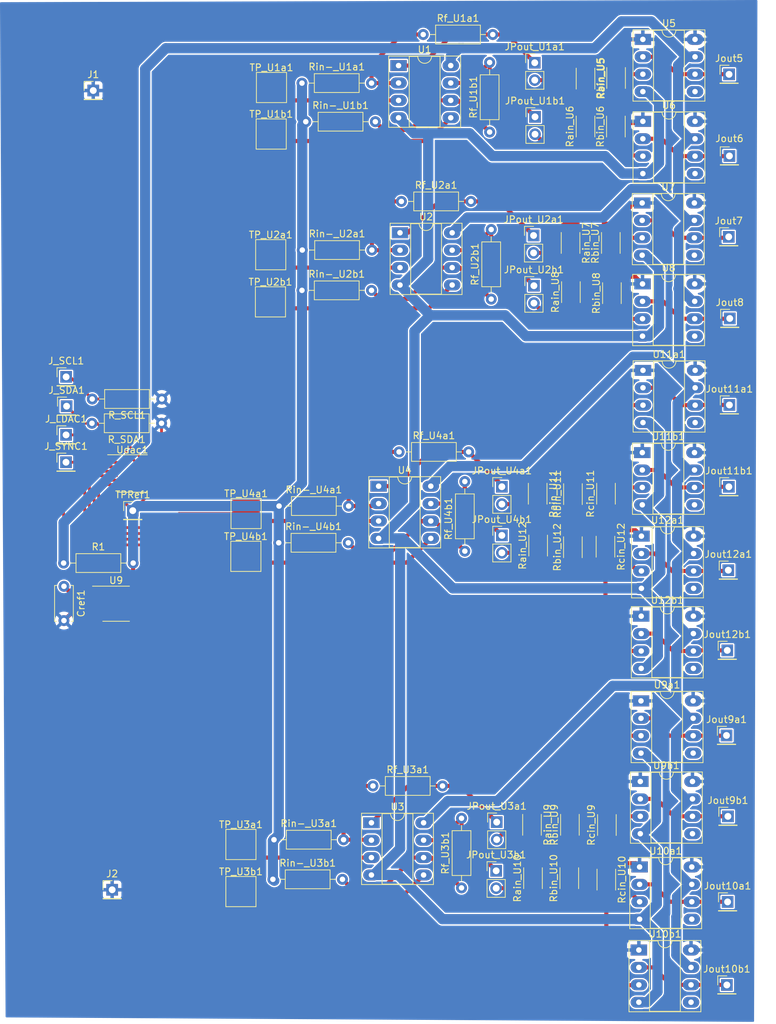
<source format=kicad_pcb>
(kicad_pcb (version 20211014) (generator pcbnew)
  (layers (0 "F.Cu" signal) (31 "B.Cu" signal) (34 "B.Paste" user) (35 "F.Paste" user) (36 "B.SilkS" user "B.Silkscreen") (37 "F.SilkS" user "F.Silkscreen") (38 "B.Mask" user) (39 "F.Mask" user) (44 "Edge.Cuts" user))
  (net 0 "")
  (net 1 "GND")
  (net 2 "Net-(Jout5-Pad1)")
  (net 3 "Net-(Jout6-Pad1)")
  (net 4 "Net-(Jout7-Pad1)")
  (net 5 "Net-(Jout8-Pad1)")
  (net 6 "Net-(Jout9a1-Pad1)")
  (net 7 "Net-(Jout9b1-Pad1)")
  (net 8 "Net-(Jout10a1-Pad1)")
  (net 9 "Net-(Jout10b1-Pad1)")
  (net 10 "Net-(Jout11a1-Pad1)")
  (net 11 "Net-(Jout11b1-Pad1)")
  (net 12 "Net-(Jout12a1-Pad1)")
  (net 13 "Net-(JPout_U1a1-Pad1)")
  (net 14 "Net-(JPout_U1a1-Pad2)")
  (net 15 "Net-(JPout_U1b1-Pad1)")
  (net 16 "Net-(JPout_U1b1-Pad2)")
  (net 17 "Net-(JPout_U2a1-Pad1)")
  (net 18 "Net-(JPout_U2a1-Pad2)")
  (net 19 "Net-(JPout_U2b1-Pad1)")
  (net 20 "Net-(JPout_U2b1-Pad2)")
  (net 21 "Net-(JPout_U3a1-Pad1)")
  (net 22 "Net-(JPout_U3a1-Pad2)")
  (net 23 "Net-(JPout_U3b1-Pad1)")
  (net 24 "Net-(JPout_U3b1-Pad2)")
  (net 25 "Net-(JPout_U4a1-Pad1)")
  (net 26 "Net-(JPout_U4a1-Pad2)")
  (net 27 "Net-(JPout_U4b1-Pad1)")
  (net 28 "Net-(JPout_U4b1-Pad2)")
  (net 29 "Net-(J_LDAC1-Pad1)")
  (net 30 "Net-(J_SCL1-Pad1)")
  (net 31 "Net-(J_SDA1-Pad1)")
  (net 32 "Net-(J_SYNC1-Pad1)")
  (net 33 "+5V")
  (net 34 "Net-(Rain_U5-Pad2)")
  (net 35 "Net-(Rain_U6-Pad2)")
  (net 36 "Net-(Rain_U7-Pad2)")
  (net 37 "Net-(Rain_U8-Pad2)")
  (net 38 "Net-(Jout12b1-Pad1)")
  (net 39 "Net-(Rain_U9-Pad2)")
  (net 40 "Net-(Rain_U10-Pad2)")
  (net 41 "Net-(Rain_U11-Pad2)")
  (net 42 "Net-(Rbin_U9-Pad1)")
  (net 43 "Net-(Rain_U12-Pad2)")
  (net 44 "Net-(Rbin_U10-Pad1)")
  (net 45 "Net-(Rbin_U11-Pad1)")
  (net 46 "Net-(Rf_U1a1-Pad1)")
  (net 47 "Net-(Rf_U1b1-Pad1)")
  (net 48 "Net-(Rf_U2a1-Pad1)")
  (net 49 "Net-(Rf_U2b1-Pad1)")
  (net 50 "Net-(Rf_U3a1-Pad1)")
  (net 51 "Net-(Rf_U3b1-Pad1)")
  (net 52 "Net-(Rf_U4a1-Pad1)")
  (net 53 "Net-(Rf_U4b1-Pad1)")
  (net 54 "Net-(TP_U1b1-Pad1)")
  (net 55 "Net-(TP_U2a1-Pad1)")
  (net 56 "Net-(TP_U3a1-Pad1)")
  (net 57 "Net-(Rbin_U12-Pad1)")
  (net 58 "Net-(TP_U3b1-Pad1)")
  (net 59 "-5V")
  (net 72 "Net-(Udac1-Pad13)")
  (net 73 "Net-(Udac1-Pad10)")
  (net 74 "+2V5")
  (net 75 "Net-(Udac1-Pad7)")
  (net 76 "Net-(Udac1-Pad6)")
  (footprint "Connector_PinHeader_2.54mm:PinHeader_1x02_P2.54mm_Vertical" (layer "F.Cu") (at 88.187903 88.24)
    (fp_text reference "JPout_U4a1")
    (fp_text value "Jumper_2_Bridged")
  )
  (footprint "Resistor_THT:R_Axial_DIN0207_L6.3mm_D2.5mm_P10.16mm_Horizontal" (layer "F.Cu") (at 24.18 99.38)
    (fp_text reference "R1")
    (fp_text value "R")
  )
  (footprint "Connector_PinHeader_2.54mm:PinHeader_1x01_P2.54mm_Vertical" (layer "F.Cu") (at 121.045 160.940806)
    (fp_text reference "Jout10b1")
    (fp_text value "Conn_01x01_Male")
  )
  (footprint "Resistor_SMD:R_2010_5025Metric_Pad1.40x2.65mm_HandSolder" (layer "F.Cu") (at 93.487903 96.83 90)
    (fp_text reference "Rain_U12")
    (fp_text value "500k")
  )
  (footprint "Resistor_SMD:R_2010_5025Metric_Pad1.40x2.65mm_HandSolder" (layer "F.Cu") (at 103.525 137.600806 90)
    (fp_text reference "Rcin_U9")
    (fp_text value "500k")
  )
  (footprint "Resistor_THT:R_Axial_DIN0207_L6.3mm_D2.5mm_P10.16mm_Horizontal" (layer "F.Cu") (at 76.7 22.257097)
    (fp_text reference "Rf_U1a1")
    (fp_text value "10k")
  )
  (footprint "Resistor_SMD:R_2010_5025Metric_Pad1.40x2.65mm_HandSolder" (layer "F.Cu") (at 98.035 145.360806 90)
    (fp_text reference "Rbin_U10")
    (fp_text value "10")
  )
  (footprint "Connector_PinHeader_2.54mm:PinHeader_1x01_P2.54mm_Vertical" (layer "F.Cu") (at 121.107903 112.12)
    (fp_text reference "Jout12b1")
    (fp_text value "Conn_01x01_Male")
  )
  (footprint "Connector_PinHeader_2.54mm:PinHeader_1x02_P2.54mm_Vertical" (layer "F.Cu") (at 92.87 58.907097)
    (fp_text reference "JPout_U2b1")
    (fp_text value "Jumper_2_Bridged")
  )
  (footprint "Connector_PinHeader_2.54mm:PinHeader_1x01_P2.54mm_Vertical" (layer "F.Cu") (at 121.32 51.777097)
    (fp_text reference "Jout7")
    (fp_text value "Conn_01x01_Male")
  )
  (footprint "Resistor_SMD:R_2010_5025Metric_Pad1.40x2.65mm_HandSolder" (layer "F.Cu") (at 100.405 35.677097 90)
    (fp_text reference "Rain_U6")
    (fp_text value "1meg")
  )
  (footprint "Resistor_SMD:R_2010_5025Metric_Pad1.40x2.65mm_HandSolder" (layer "F.Cu") (at 104.26 59.997097 90)
    (fp_text reference "Rbin_U8")
    (fp_text value "10")
  )
  (footprint "Resistor_SMD:R_2010_5025Metric_Pad1.40x2.65mm_HandSolder" (layer "F.Cu") (at 103.317903 96.99 -90)
    (fp_text reference "Rcin_U12")
    (fp_text value "500k")
  )
  (footprint "TestPoint:TestPoint_Pad_4.0x4.0mm" (layer "F.Cu") (at 50.827903 92.15)
    (fp_text reference "TP_U4a1")
    (fp_text value "TestPoint")
  )
  (footprint "Resistor_SMD:R_2010_5025Metric_Pad1.40x2.65mm_HandSolder" (layer "F.Cu") (at 100.405 28.692097 -90)
    (fp_text reference "Rain_U5")
    (fp_text value "1meg")
  )
  (footprint "TestPoint:TestPoint_Pad_4.0x4.0mm" (layer "F.Cu") (at 50.075 140.445)
    (fp_text reference "TP_U3a1")
    (fp_text value "TestPoint")
  )
  (footprint "Package_DIP:DIP-8_W7.62mm_Socket_LongPads" (layer "F.Cu") (at 108.697903 83.26)
    (fp_text reference "U11b1")
    (fp_text value "OP07")
  )
  (footprint "Package_DIP:DIP-8_W7.62mm_Socket_LongPads" (layer "F.Cu") (at 108.305 143.720806)
    (fp_text reference "U10a1")
    (fp_text value "OP07")
  )
  (footprint "Resistor_SMD:R_2010_5025Metric_Pad1.40x2.65mm_HandSolder" (layer "F.Cu") (at 98.22 52.667097 -90)
    (fp_text reference "Rain_U7")
    (fp_text value "1meg")
  )
  (footprint "Connector_PinHeader_2.54mm:PinHeader_1x02_P2.54mm_Vertical" (layer "F.Cu") (at 88.187903 95.34)
    (fp_text reference "JPout_U4b1")
    (fp_text value "Jumper_2_Bridged")
  )
  (footprint "Resistor_THT:R_Axial_DIN0207_L6.3mm_D2.5mm_P10.16mm_Horizontal" (layer "F.Cu") (at 59.04 53.707097)
    (fp_text reference "Rin-_U2a1")
    (fp_text value "10k")
  )
  (footprint "Connector_PinHeader_2.54mm:PinHeader_1x01_P2.54mm_Vertical" (layer "F.Cu") (at 24.55 72.21)
    (fp_text reference "J_SCL1")
    (fp_text value "Conn_01x01_Male")
  )
  (footprint "Package_DIP:DIP-8_W7.62mm_Socket_LongPads" (layer "F.Cu") (at 108.537903 107.13)
    (fp_text reference "U12b1")
    (fp_text value "OP07")
  )
  (footprint "Resistor_THT:R_Axial_DIN0207_L6.3mm_D2.5mm_P10.16mm_Horizontal" (layer "F.Cu") (at 54.905 139.745)
    (fp_text reference "Rin-_U3a1")
    (fp_text value "10k")
  )
  (footprint "Package_DIP:DIP-8_W7.62mm_Socket_LongPads" (layer "F.Cu") (at 108.68 46.837097)
    (fp_text reference "U7")
    (fp_text value "OP07")
  )
  (footprint "Resistor_SMD:R_2010_5025Metric_Pad1.40x2.65mm_HandSolder" (layer "F.Cu") (at 92.735 145.360806 90)
    (fp_text reference "Rain_U10")
    (fp_text value "500k")
  )
  (footprint "Connector_PinHeader_2.54mm:PinHeader_1x01_P2.54mm_Vertical" (layer "F.Cu") (at 121.417903 76.31)
    (fp_text reference "Jout11a1")
    (fp_text value "Conn_01x01_Male")
  )
  (footprint "Resistor_SMD:R_2010_5025Metric_Pad1.40x2.65mm_HandSolder" (layer "F.Cu") (at 104.84 35.687097 90)
    (fp_text reference "Rbin_U6")
    (fp_text value "10")
  )
  (footprint "Connector_PinHeader_2.54mm:PinHeader_1x01_P2.54mm_Vertical" (layer "F.Cu") (at 24.62 76.49)
    (fp_text reference "J_SDA1")
    (fp_text value "Conn_01x01_Male")
  )
  (footprint "Resistor_THT:R_Axial_DIN0207_L6.3mm_D2.5mm_P10.16mm_Horizontal" (layer "F.Cu") (at 38.52 75.44 180)
    (fp_text reference "R_SCL1")
    (fp_text value "10k")
  )
  (footprint "Package_DIP:DIP-8_W7.62mm_Socket_LongPads" (layer "F.Cu") (at 108.567903 95.45)
    (fp_text reference "U12a1")
    (fp_text value "OP07")
  )
  (footprint "Resistor_SMD:R_2010_5025Metric_Pad1.40x2.65mm_HandSolder" (layer "F.Cu") (at 104.87 28.597097 90)
    (fp_text reference "Rbin_U5")
    (fp_text value "10")
  )
  (footprint "Resistor_THT:R_Axial_DIN0207_L6.3mm_D2.5mm_P10.16mm_Horizontal" (layer "F.Cu") (at 86.63 60.867097 90)
    (fp_text reference "Rf_U2b1")
    (fp_text value "10k")
  )
  (footprint "TestPoint:TestPoint_Pad_4.0x4.0mm" (layer "F.Cu") (at 50.797903 98.4)
    (fp_text reference "TP_U4b1")
    (fp_text value "TestPoint")
  )
  (footprint "Connector_PinHeader_2.54mm:PinHeader_1x01_P2.54mm_Vertical" (layer "F.Cu") (at 121.257903 100.42)
    (fp_text reference "Jout12a1")
    (fp_text value "Conn_01x01_Male")
  )
  (footprint "TestPoint:TestPoint_Pad_4.0x4.0mm" (layer "F.Cu") (at 54.43 54.387097)
    (fp_text reference "TP_U2a1")
    (fp_text value "TestPoint")
  )
  (footprint "Connector_PinHeader_2.54mm:PinHeader_1x02_P2.54mm_Vertical" (layer "F.Cu") (at 87.355 144.280806)
    (fp_text reference "JPout_U3b1")
    (fp_text value "Jumper_2_Bridged")
  )
  (footprint "Connector_PinHeader_2.54mm:PinHeader_1x01_P2.54mm_Vertical" (layer "F.Cu") (at 121.37 28.067097)
    (fp_text reference "Jout5")
    (fp_text value "Conn_01x01_Male")
  )
  (footprint "Resistor_THT:R_Axial_DIN0207_L6.3mm_D2.5mm_P10.16mm_Horizontal" (layer "F.Cu") (at 58.99 29.347097)
    (fp_text reference "Rin-_U1a1")
    (fp_text value "10k")
  )
  (footprint "Resistor_SMD:R_2010_5025Metric_Pad1.40x2.65mm_HandSolder" (layer "F.Cu") (at 98.27 59.847097 90)
    (fp_text reference "Rain_U8")
    (fp_text value "1meg")
  )
  (footprint "Package_DIP:DIP-8_W7.62mm_Socket_LongPads" (layer "F.Cu") (at 108.505 119.490806)
    (fp_text reference "U9a1")
    (fp_text value "OP07")
  )
  (footprint "Package_DIP:DIP-8_W7.62mm_Socket_LongPads" (layer "F.Cu") (at 108.73 58.647097)
    (fp_text reference "U8")
    (fp_text value "OP07")
  )
  (footprint "Connector_PinHeader_2.54mm:PinHeader_1x01_P2.54mm_Vertical" (layer "F.Cu") (at 121.47 63.687097)
    (fp_text reference "Jout8")
    (fp_text value "Conn_01x01_Male")
  )
  (footprint "Package_DIP:DIP-8_W7.62mm_Socket_LongPads" (layer "F.Cu") (at 108.195 155.840806)
    (fp_text reference "U10b1")
    (fp_text value "OP07")
  )
  (footprint "Resistor_SMD:R_2010_5025Metric_Pad1.40x2.65mm_HandSolder" (layer "F.Cu") (at 98.125 137.570806 90)
    (fp_text reference "Rbin_U9")
    (fp_text value "10")
  )
  (footprint "Connector_PinHeader_2.54mm:PinHeader_1x02_P2.54mm_Vertical" (layer "F.Cu") (at 92.99 26.372097)
    (fp_text reference "JPout_U1a1")
    (fp_text value "Jumper_2_Bridged")
  )
  (footprint "Resistor_SMD:R_2010_5025Metric_Pad1.40x2.65mm_HandSolder" (layer "F.Cu") (at 104.1 52.667097 90)
    (fp_text reference "Rbin_U7")
    (fp_text value "10")
  )
  (footprint "TestPoint:TestPoint_Pad_4.0x4.0mm" (layer "F.Cu") (at 54.54 29.987097)
    (fp_text reference "TP_U1a1")
    (fp_text value "TestPoint")
  )
  (footprint "Connector_PinHeader_2.54mm:PinHeader_1x01_P2.54mm_Vertical" (layer "F.Cu") (at 120.995 124.530806)
    (fp_text reference "Jout9a1")
    (fp_text value "Conn_01x01_Male")
  )
  (footprint "Resistor_THT:R_Axial_DIN0207_L6.3mm_D2.5mm_P10.16mm_Horizontal" (layer "F.Cu") (at 38.48 78.98 180)
    (fp_text reference "R_SDA1")
    (fp_text value "10k")
  )
  (footprint "Resistor_SMD:R_2010_5025Metric_Pad1.40x2.65mm_HandSolder" (layer "F.Cu") (at 103.397903 89.26 90)
    (fp_text reference "Rcin_U11")
    (fp_text value "500k")
  )
  (footprint "Resistor_SMD:R_2010_5025Metric_Pad1.40x2.65mm_HandSolder" (layer "F.Cu") (at 103.445 145.570806 -90)
    (fp_text reference "Rcin_U10")
    (fp_text value "500k")
  )
  (footprint "Package_SO:TSSOP-16_4.4x5mm_P0.65mm" (layer "F.Cu") (at 34.21 86.31)
    (fp_text reference "Udac1")
    (fp_text value "DAC5578xPW")
  )
  (footprint "Package_DIP:DIP-8_W7.62mm_Socket_LongPads" (layer "F.Cu") (at 108.797903 71.26)
    (fp_text reference "U11a1")
    (fp_text value "OP07")
  )
  (footprint "Resistor_THT:R_Axial_DIN0207_L6.3mm_D2.5mm_P10.16mm_Horizontal" (layer "F.Cu") (at 73.51 46.61)
    (fp_text reference "Rf_U2a1")
    (fp_text value "10k")
  )
  (footprint "Resistor_SMD:R_2010_5025Metric_Pad1.40x2.65mm_HandSolder" (layer "F.Cu") (at 98.557903 97.07 90)
    (fp_text reference "Rbin_U12")
    (fp_text value "10")
  )
  (footprint "Connector_PinHeader_2.54mm:PinHeader_1x02_P2.54mm_Vertical" (layer "F.Cu") (at 92.82 51.577097)
    (fp_text reference "JPout_U2a1")
    (fp_text value "Jumper_2_Bridged")
  )
  (footprint "Connector_PinHeader_2.54mm:PinHeader_1x01_P2.54mm_Vertical" (layer "F.Cu") (at 24.53 84.67)
    (fp_text reference "J_SYNC1")
    (fp_text value "Conn_01x01_Male")
  )
  (footprint "Package_DIP:DIP-8_W7.62mm_Socket_LongPads" (layer "F.Cu") (at 108.78 22.967097)
    (fp_text reference "U5")
    (fp_text value "OP07")
  )
  (footprint "Connector_PinHeader_2.54mm:PinHeader_1x01_P2.54mm_Vertical" (layer "F.Cu") (at 31.27 147.05)
    (fp_text reference "J2")
    (fp_text value "Conn_01x01_Male")
  )
  (footprint "Resistor_SMD:R_2010_5025Metric_Pad1.40x2.65mm_HandSolder" (layer "F.Cu") (at 93.417903 89.26 -90)
    (fp_text reference "Rain_U11")
    (fp_text value "500k")
  )
  (footprint "Resistor_SMD:R_2010_5025Metric_Pad1.40x2.65mm_HandSolder" (layer "F.Cu") (at 92.585 137.570806 -90)
    (fp_text reference "Rain_U9")
    (fp_text value "500k")
  )
  (footprint "TestPoint:TestPoint_Pad_4.0x4.0mm" (layer "F.Cu") (at 54.5 36.777097)
    (fp_text reference "TP_U1b1")
    (fp_text value "TestPoint")
  )
  (footprint "Package_DIP:DIP-8_W7.62mm_Socket_LongPads" (layer "F.Cu") (at 108.78 34.927097)
    (fp_text reference "U6")
    (fp_text value "OP07")
  )
  (footprint "Connector_PinHeader_2.54mm:PinHeader_1x01_P2.54mm_Vertical" (layer "F.Cu") (at 121.155 148.820806)
    (fp_text reference "Jout10a1")
    (fp_text value "Conn_01x01_Male")
  )
  (footprint "Resistor_THT:R_Axial_DIN0207_L6.3mm_D2.5mm_P10.16mm_Horizontal" (layer "F.Cu") (at 54.745 145.525)
    (fp_text reference "Rin-_U3b1")
    (fp_text value "10k")
  )
  (footprint "Package_DIP:DIP-8_W7.62mm_Socket_LongPads" (layer "F.Cu") (at 69.135 137.275)
    (fp_text reference "U3")
    (fp_text value "MC33078")
  )
  (footprint "Package_DIP:DIP-8_W7.62mm_Socket_LongPads" (layer "F.Cu") (at 108.405 131.250806)
    (fp_text reference "U9b1")
    (fp_text value "OP07")
  )
  (footprint "Resistor_THT:R_Axial_DIN0207_L6.3mm_D2.5mm_P10.16mm_Horizontal" (layer "F.Cu") (at 86.4 36.487097 90)
    (fp_text reference "Rf_U1b1")
    (fp_text value "10k")
  )
  (footprint "Resistor_THT:R_Axial_DIN0207_L6.3mm_D2.5mm_P10.16mm_Horizontal" (layer "F.Cu") (at 55.647903 91.06)
    (fp_text reference "Rin-_U4a1")
    (fp_text value "10k")
  )
  (footprint "Package_DIP:DIP-8_W7.62mm_Socket_LongPads" (layer "F.Cu") (at 73.31 51.187097)
    (fp_text reference "U2")
    (fp_text value "MC33078")
  )
  (footprint "Resistor_SMD:R_2010_5025Metric_Pad1.40x2.65mm_HandSolder" (layer "F.Cu") (at 98.567903 89.32 90)
    (fp_text reference "Rbin_U11")
    (fp_text value "10")
  )
  (footprint "Connector_PinHeader_2.54mm:PinHeader_1x01_P2.54mm_Vertical" (layer "F.Cu") (at 121.42 39.977097)
    (fp_text reference "Jout6")
    (fp_text value "Conn_01x01_Male")
  )
  (footprint "Connector_PinHeader_2.54mm:PinHeader_1x01_P2.54mm_Vertical" (layer "F.Cu") (at 121.205 136.340806)
    (fp_text reference "Jout9b1")
    (fp_text value "Conn_01x01_Male")
  )
  (footprint "Connector_PinHeader_2.54mm:PinHeader_1x01_P2.54mm_Vertical" (layer "F.Cu") (at 34.28 91.73)
    (fp_text reference "TPRef1")
    (fp_text value "Conn_01x01_Male")
  )
  (footprint "Resistor_THT:R_Axial_DIN0207_L6.3mm_D2.5mm_P10.16mm_Horizontal" (layer "F.Cu") (at 82.777903 97.64 90)
    (fp_text reference "Rf_U4b1")
    (fp_text value "10k")
  )
  (footprint "Resistor_THT:R_Axial_DIN0207_L6.3mm_D2.5mm_P10.16mm_Horizontal" (layer "F.Cu") (at 73.177903 83.16)
    (fp_text reference "Rf_U4a1")
    (fp_text value "10k")
  )
  (footprint "Connector_PinHeader_2.54mm:PinHeader_1x02_P2.54mm_Vertical" (layer "F.Cu") (at 93.03 34.267097)
    (fp_text reference "JPout_U1b1")
    (fp_text value "Jumper_2_Bridged")
  )
  (footprint "Package_DIP:DIP-8_W7.62mm_Socket_LongPads" (layer "F.Cu") (at 73.1 26.787097)
    (fp_text reference "U1")
    (fp_text value "MC33078")
  )
  (footprint "Package_DIP:DIP-8_W7.62mm_Socket_LongPads" (layer "F.Cu") (at 70.187903 88.16)
    (fp_text reference "U4")
    (fp_text value "MC33078")
  )
  (footprint "Connector_PinHeader_2.54mm:PinHeader_1x01_P2.54mm_Vertical" (layer "F.Cu") (at 24.54 80.68)
    (fp_text reference "J_LDAC1")
    (fp_text value "Conn_01x01_Male")
  )
  (footprint "Connector_PinHeader_2.54mm:PinHeader_1x01_P2.54mm_Vertical" (layer "F.Cu") (at 121.337903 88.25)
    (fp_text reference "Jout11b1")
    (fp_text value "Conn_01x01_Male")
  )
  (footprint "Capacitor_THT:C_Disc_D5.0mm_W2.5mm_P5.00mm" (layer "F.Cu") (at 24.23 102.77 -90)
    (fp_text reference "Cref1")
    (fp_text value "100n")
  )
  (footprint "Connector_PinHeader_2.54mm:PinHeader_1x02_P2.54mm_Vertical" (layer "F.Cu") (at 87.435 137.180806)
    (fp_text reference "JPout_U3a1")
    (fp_text value "Jumper_2_Bridged")
  )
  (footprint "Resistor_THT:R_Axial_DIN0207_L6.3mm_D2.5mm_P10.16mm_Horizontal" (layer "F.Cu") (at 82.295 146.775 90)
    (fp_text reference "Rf_U3b1")
    (fp_text value "10k")
  )
  (footprint "Resistor_THT:R_Axial_DIN0207_L6.3mm_D2.5mm_P10.16mm_Horizontal" (layer "F.Cu") (at 55.597903 96.42)
    (fp_text reference "Rin-_U4b1")
    (fp_text value "10k")
  )
  (footprint "Resistor_THT:R_Axial_DIN0207_L6.3mm_D2.5mm_P10.16mm_Horizontal" (layer "F.Cu") (at 58.99 59.587097)
    (fp_text reference "Rin-_U2b1")
    (fp_text value "10k")
  )
  (footprint "Connector_PinHeader_2.54mm:PinHeader_1x01_P2.54mm_Vertical" (layer "F.Cu") (at 28.51 30.43)
    (fp_text reference "J1")
    (fp_text value "Conn_01x01_Male")
  )
  (footprint "Package_SO:SOIC-8_3.9x4.9mm_P1.27mm" (layer "F.Cu") (at 31.85 105.31)
    (fp_text reference "U9")
    (fp_text value "TL431D")
  )
  (footprint "TestPoint:TestPoint_Pad_4.0x4.0mm" (layer "F.Cu") (at 50.075 147.315)
    (fp_text reference "TP_U3b1")
    (fp_text value "TestPoint")
  )
  (footprint "Resistor_THT:R_Axial_DIN0207_L6.3mm_D2.5mm_P10.16mm_Horizontal" (layer "F.Cu") (at 69.36 131.9)
    (fp_text reference "Rf_U3a1")
    (fp_text value "10k")
  )
  (footprint "TestPoint:TestPoint_Pad_4.0x4.0mm" (layer "F.Cu") (at 54.39 61.267097)
    (fp_text reference "TP_U2b1")
    (fp_text value "TestPoint")
  )
  (footprint "Resistor_THT:R_Axial_DIN0207_L6.3mm_D2.5mm_P10.16mm_Horizontal" (layer "F.Cu") (at 59.55 34.977097)
    (fp_text reference "Rin-_U1b1")
    (fp_text value "10k")
  )
  (segment (start 104.26 57.597097) (end 107.68 57.597097) (width 0.6) (layer "F.Cu") (net 1))
  (segment (start 104.87 26.197097) (end 104.87 24.997097) (width 0.6) (layer "F.Cu") (net 1))
  (segment (start 38.48 84.721427) (end 38.48 78.98) (width 0.4) (layer "F.Cu") (net 1))
  (segment (start 103.445 140.080806) (end 103.525 140.000806) (width 0.6) (layer "F.Cu") (net 1))
  (segment (start 104.84 33.287097) (end 106.72 35.167097) (width 0.6) (layer "F.Cu") (net 1))
  (segment (start 26.055 105.945) (end 24.23 107.77) (width 0.6) (layer "F.Cu") (net 1))
  (segment (start 103.445 143.170806) (end 103.445 140.080806) (width 0.6) (layer "F.Cu") (net 1))
  (segment (start 29.375 105.945) (end 29.375 104.675) (width 0.6) (layer "F.Cu") (net 1))
  (segment (start 34.325 105.945) (end 34.325 104.675) (width 0.6) (layer "F.Cu") (net 1))
  (segment (start 106.72 35.167097) (end 108.54 35.167097) (width 0.6) (layer "F.Cu") (net 1))
  (segment (start 103.445 143.170806) (end 107.755 143.170806) (width 0.6) (layer "F.Cu") (net 1))
  (segment (start 104.83 33.277097) (end 104.84 33.287097) (width 0.6) (layer "F.Cu") (net 1))
  (segment (start 108.54 35.167097) (end 108.78 34.927097) (width 0.6) (layer "F.Cu") (net 1))
  (segment (start 107.707903 94.59) (end 108.567903 95.45) (width 0.6) (layer "F.Cu") (net 1))
  (segment (start 104.87 24.997097) (end 106.9 22.967097) (width 0.6) (layer "F.Cu") (net 1))
  (segment (start 37.866427 85.335) (end 38.48 84.721427) (width 0.4) (layer "F.Cu") (net 1))
  (segment (start 34.325 104.675) (end 29.375 104.675) (width 0.6) (layer "F.Cu") (net 1))
  (segment (start 37.0725 85.335) (end 37.866427 85.335) (width 0.4) (layer "F.Cu") (net 1))
  (segment (start 106.9 22.967097) (end 108.78 22.967097) (width 0.6) (layer "F.Cu") (net 1))
  (segment (start 104.1 50.267097) (end 107.53 46.837097) (width 0.6) (layer "F.Cu") (net 1))
  (segment (start 29.375 105.945) (end 26.055 105.945) (width 0.6) (layer "F.Cu") (net 1))
  (segment (start 103.397903 91.66) (end 103.397903 94.51) (width 0.6) (layer "F.Cu") (net 1))
  (segment (start 107.755 143.170806) (end 108.305 143.720806) (width 0.6) (layer "F.Cu") (net 1))
  (segment (start 107.53 46.837097) (end 108.68 46.837097) (width 0.6) (layer "F.Cu") (net 1))
  (segment (start 103.397903 94.51) (end 103.317903 94.59) (width 0.6) (layer "F.Cu") (net 1))
  (segment (start 107.68 57.597097) (end 108.73 58.647097) (width 0.6) (layer "F.Cu") (net 1))
  (segment (start 103.317903 94.59) (end 107.707903 94.59) (width 0.6) (layer "F.Cu") (net 1))
  (segment (start 121.35 28.047097) (end 121.37 28.067097) (width 0.6) (layer "F.Cu") (net 2))
  (segment (start 116.4 28.047097) (end 121.35 28.047097) (width 0.6) (layer "F.Cu") (net 2))
  (segment (start 113.79 28.047097) (end 116.4 28.047097) (width 0.6) (layer "F.Cu") (net 2))
  (segment (start 108.78 25.507097) (end 111.25 25.507097) (width 0.6) (layer "F.Cu") (net 2))
  (segment (start 111.25 25.507097) (end 113.79 28.047097) (width 0.6) (layer "F.Cu") (net 2))
  (segment (start 111.54 37.467097) (end 114.08 40.007097) (width 0.6) (layer "F.Cu") (net 3))
  (segment (start 116.4 40.007097) (end 121.39 40.007097) (width 0.6) (layer "F.Cu") (net 3))
  (segment (start 108.78 37.467097) (end 111.54 37.467097) (width 0.6) (layer "F.Cu") (net 3))
  (segment (start 114.08 40.007097) (end 116.4 40.007097) (width 0.6) (layer "F.Cu") (net 3))
  (segment (start 121.39 40.007097) (end 121.42 39.977097) (width 0.6) (layer "F.Cu") (net 3))
  (segment (start 108.68 49.377097) (end 111.23 49.377097) (width 0.6) (layer "F.Cu") (net 4))
  (segment (start 116.3 51.917097) (end 121.18 51.917097) (width 0.6) (layer "F.Cu") (net 4))
  (segment (start 113.77 51.917097) (end 116.3 51.917097) (width 0.6) (layer "F.Cu") (net 4))
  (segment (start 111.23 49.377097) (end 113.77 51.917097) (width 0.6) (layer "F.Cu") (net 4))
  (segment (start 121.18 51.917097) (end 121.32 51.777097) (width 0.6) (layer "F.Cu") (net 4))
  (segment (start 108.73 61.187097) (end 111.74 61.187097) (width 0.6) (layer "F.Cu") (net 5))
  (segment (start 114.28 63.727097) (end 116.35 63.727097) (width 0.6) (layer "F.Cu") (net 5))
  (segment (start 116.35 63.727097) (end 121.43 63.727097) (width 0.6) (layer "F.Cu") (net 5))
  (segment (start 121.43 63.727097) (end 121.47 63.687097) (width 0.6) (layer "F.Cu") (net 5))
  (segment (start 111.74 61.187097) (end 114.28 63.727097) (width 0.6) (layer "F.Cu") (net 5))
  (segment (start 112.635 124.570806) (end 116.125 124.570806) (width 0.6) (layer "F.Cu") (net 6))
  (segment (start 116.125 124.570806) (end 120.955 124.570806) (width 0.6) (layer "F.Cu") (net 6))
  (segment (start 120.955 124.570806) (end 120.995 124.530806) (width 0.6) (layer "F.Cu") (net 6))
  (segment (start 108.505 122.030806) (end 110.095 122.030806) (width 0.6) (layer "F.Cu") (net 6))
  (segment (start 110.095 122.030806) (end 112.635 124.570806) (width 0.6) (layer "F.Cu") (net 6))
  (segment (start 110.765 133.790806) (end 113.305 136.330806) (width 0.6) (layer "F.Cu") (net 7))
  (segment (start 113.305 136.330806) (end 116.025 136.330806) (width 0.6) (layer "F.Cu") (net 7))
  (segment (start 108.405 133.790806) (end 110.765 133.790806) (width 0.6) (layer "F.Cu") (net 7))
  (segment (start 121.195 136.330806) (end 121.205 136.340806) (width 0.6) (layer "F.Cu") (net 7))
  (segment (start 116.025 136.330806) (end 121.195 136.330806) (width 0.6) (layer "F.Cu") (net 7))
  (segment (start 110.195 146.260806) (end 112.735 148.800806) (width 0.6) (layer "F.Cu") (net 8))
  (segment (start 112.735 148.800806) (end 115.925 148.800806) (width 0.6) (layer "F.Cu") (net 8))
  (segment (start 115.925 148.800806) (end 121.135 148.800806) (width 0.6) (layer "F.Cu") (net 8))
  (segment (start 108.305 146.260806) (end 110.195 146.260806) (width 0.6) (layer "F.Cu") (net 8))
  (segment (start 121.135 148.800806) (end 121.155 148.820806) (width 0.6) (layer "F.Cu") (net 8))
  (segment (start 121.025 160.920806) (end 121.045 160.940806) (width 0.6) (layer "F.Cu") (net 9))
  (segment (start 110.315 158.380806) (end 112.915 160.980806) (width 0.6) (layer "F.Cu") (net 9))
  (segment (start 112.915 160.980806) (end 112.975 160.920806) (width 0.6) (layer "F.Cu") (net 9))
  (segment (start 115.815 160.920806) (end 121.025 160.920806) (width 0.6) (layer "F.Cu") (net 9))
  (segment (start 112.975 160.920806) (end 115.815 160.920806) (width 0.6) (layer "F.Cu") (net 9))
  (segment (start 108.195 158.380806) (end 110.315 158.380806) (width 0.6) (layer "F.Cu") (net 9))
  (segment (start 116.447903 76.31) (end 116.417903 76.34) (width 0.6) (layer "F.Cu") (net 10))
  (segment (start 114.38 76.34) (end 111.84 73.8) (width 0.6) (layer "F.Cu") (net 10))
  (segment (start 121.417903 76.31) (end 116.447903 76.31) (width 0.6) (layer "F.Cu") (net 10))
  (segment (start 111.84 73.8) (end 108.797903 73.8) (width 0.6) (layer "F.Cu") (net 10))
  (segment (start 116.417903 76.34) (end 114.38 76.34) (width 0.6) (layer "F.Cu") (net 10))
  (segment (start 121.337903 88.25) (end 116.407903 88.25) (width 0.6) (layer "F.Cu") (net 11))
  (segment (start 116.407903 88.25) (end 116.317903 88.34) (width 0.6) (layer "F.Cu") (net 11))
  (segment (start 113.59 88.34) (end 111.05 85.8) (width 0.6) (layer "F.Cu") (net 11))
  (segment (start 116.317903 88.34) (end 113.59 88.34) (width 0.6) (layer "F.Cu") (net 11))
  (segment (start 111.05 85.8) (end 108.697903 85.8) (width 0.6) (layer "F.Cu") (net 11))
  (segment (start 121.147903 100.53) (end 121.257903 100.42) (width 0.6) (layer "F.Cu") (net 12))
  (segment (start 110.52 97.99) (end 113.267903 100.737903) (width 0.6) (layer "F.Cu") (net 12))
  (segment (start 113.475806 100.53) (end 116.187903 100.53) (width 0.6) (layer "F.Cu") (net 12))
  (segment (start 116.187903 100.53) (end 121.147903 100.53) (width 0.6) (layer "F.Cu") (net 12))
  (segment (start 113.267903 100.737903) (end 113.475806 100.53) (width 0.6) (layer "F.Cu") (net 12))
  (segment (start 108.567903 97.99) (end 110.52 97.99) (width 0.6) (layer "F.Cu") (net 12))
  (segment (start 76.43 26.787097) (end 80.96 22.257097) (width 0.6) (layer "F.Cu") (net 13))
  (segment (start 73.1 26.787097) (end 76.43 26.787097) (width 0.6) (layer "F.Cu") (net 13))
  (segment (start 80.96 22.257097) (end 86.86 22.257097) (width 0.6) (layer "F.Cu") (net 13))
  (segment (start 86.86 22.257097) (end 88.875 22.257097) (width 0.6) (layer "F.Cu") (net 13))
  (segment (start 88.875 22.257097) (end 92.99 26.372097) (width 0.6) (layer "F.Cu") (net 13))
  (segment (start 97.785 28.912097) (end 100.405 26.292097) (width 0.6) (layer "F.Cu") (net 14))
  (segment (start 92.99 28.912097) (end 97.785 28.912097) (width 0.6) (layer "F.Cu") (net 14))
  (segment (start 83.4 29.327097) (end 86.4 26.327097) (width 0.6) (layer "F.Cu") (net 15))
  (segment (start 86.4 27.637097) (end 93.03 34.267097) (width 0.6) (layer "F.Cu") (net 15))
  (segment (start 80.72 29.327097) (end 83.4 29.327097) (width 0.6) (layer "F.Cu") (net 15))
  (segment (start 86.4 26.327097) (end 86.4 27.637097) (width 0.6) (layer "F.Cu") (net 15))
  (segment (start 94.3 38.077097) (end 100.405 38.077097) (width 0.6) (layer "F.Cu") (net 16))
  (segment (start 93.03 36.807097) (end 94.3 38.077097) (width 0.6) (layer "F.Cu") (net 16))
  (segment (start 73.31 51.187097) (end 74.442903 51.187097) (width 0.6) (layer "F.Cu") (net 17))
  (segment (start 79.02 46.61) (end 83.67 46.61) (width 0.6) (layer "F.Cu") (net 17))
  (segment (start 74.442903 51.187097) (end 79.02 46.61) (width 0.6) (layer "F.Cu") (net 17))
  (segment (start 87.852903 46.61) (end 92.82 51.577097) (width 0.6) (layer "F.Cu") (net 17))
  (segment (start 83.67 46.61) (end 87.852903 46.61) (width 0.6) (layer "F.Cu") (net 17))
  (segment (start 94.37 54.117097) (end 98.22 50.267097) (width 0.6) (layer "F.Cu") (net 18))
  (segment (start 92.82 54.117097) (end 94.37 54.117097) (width 0.6) (layer "F.Cu") (net 18))
  (segment (start 80.93 53.727097) (end 83.61 53.727097) (width 0.6) (layer "F.Cu") (net 19))
  (segment (start 86.63 52.667097) (end 92.87 58.907097) (width 0.6) (layer "F.Cu") (net 19))
  (segment (start 83.61 53.727097) (end 86.63 50.707097) (width 0.6) (layer "F.Cu") (net 19))
  (segment (start 86.63 50.707097) (end 86.63 52.667097) (width 0.6) (layer "F.Cu") (net 19))
  (segment (start 93.67 62.247097) (end 92.87 61.447097) (width 0.6) (layer "F.Cu") (net 20))
  (segment (start 98.27 62.247097) (end 93.67 62.247097) (width 0.6) (layer "F.Cu") (net 20))
  (segment (start 79.52 131.9) (end 82.154194 131.9) (width 0.6) (layer "F.Cu") (net 21))
  (segment (start 86.975 137.180806) (end 87.435 137.180806) (width 0.6) (layer "F.Cu") (net 21))
  (segment (start 75.28 131.86) (end 75.32 131.9) (width 0.6) (layer "F.Cu") (net 21))
  (segment (start 82.154194 131.9) (end 87.435 137.180806) (width 0.6) (layer "F.Cu") (net 21))
  (segment (start 69.135 137.275) (end 74.55 131.86) (width 0.6) (layer "F.Cu") (net 21))
  (segment (start 75.32 131.9) (end 79.52 131.9) (width 0.6) (layer "F.Cu") (net 21))
  (segment (start 74.55 131.86) (end 75.28 131.86) (width 0.6) (layer "F.Cu") (net 21))
  (segment (start 91.985 135.170806) (end 92.585 135.170806) (width 0.6) (layer "F.Cu") (net 22))
  (segment (start 87.435 139.720806) (end 91.985 135.170806) (width 0.6) (layer "F.Cu") (net 22))
  (segment (start 79.095 139.815) (end 82.295 136.615) (width 0.6) (layer "F.Cu") (net 23))
  (segment (start 82.295 139.220806) (end 87.355 144.280806) (width 0.6) (layer "F.Cu") (net 23))
  (segment (start 82.295 136.615) (end 82.295 139.220806) (width 0.6) (layer "F.Cu") (net 23))
  (segment (start 76.755 139.815) (end 79.095 139.815) (width 0.6) (layer "F.Cu") (net 23))
  (segment (start 91.795 146.820806) (end 92.735 147.760806) (width 0.6) (layer "F.Cu") (net 24))
  (segment (start 87.355 146.820806) (end 91.795 146.820806) (width 0.6) (layer "F.Cu") (net 24))
  (segment (start 72.725806 88.16) (end 77.725806 83.16) (width 0.6) (layer "F.Cu") (net 25))
  (segment (start 83.337903 83.16) (end 88.187903 88.01) (width 0.6) (layer "F.Cu") (net 25))
  (segment (start 88.187903 88.01) (end 88.187903 88.24) (width 0.6) (layer "F.Cu") (net 25))
  (segment (start 70.187903 88.16) (end 72.725806 88.16) (width 0.6) (layer "F.Cu") (net 25))
  (segment (start 77.725806 83.16) (end 83.337903 83.16) (width 0.6) (layer "F.Cu") (net 25))
  (segment (start 89.497903 90.78) (end 93.417903 86.86) (width 0.6) (layer "F.Cu") (net 26))
  (segment (start 88.187903 90.78) (end 89.497903 90.78) (width 0.6) (layer "F.Cu") (net 26))
  (segment (start 82.777903 87.48) (end 82.777903 88.677903) (width 0.6) (layer "F.Cu") (net 27))
  (segment (start 82.777903 87.48) (end 82.777903 89.93) (width 0.6) (layer "F.Cu") (net 27))
  (segment (start 80.72 90.7) (end 77.807903 90.7) (width 0.6) (layer "F.Cu") (net 27))
  (segment (start 82.777903 89.93) (end 88.187903 95.34) (width 0.6) (layer "F.Cu") (net 27))
  (segment (start 82.777903 88.677903) (end 80.737903 90.717903) (width 0.6) (layer "F.Cu") (net 27))
  (segment (start 80.737903 90.717903) (end 80.72 90.7) (width 0.6) (layer "F.Cu") (net 27))
  (segment (start 88.187903 97.88) (end 92.137903 97.88) (width 0.6) (layer "F.Cu") (net 28))
  (segment (start 92.137903 97.88) (end 93.487903 99.23) (width 0.6) (layer "F.Cu") (net 28))
  (segment (start 27.9925 80.68) (end 31.3475 84.035) (width 0.4) (layer "F.Cu") (net 29))
  (segment (start 24.54 80.68) (end 27.9925 80.68) (width 0.4) (layer "F.Cu") (net 29))
  (segment (start 24.615 80.605) (end 24.54 80.68) (width 0.4) (layer "F.Cu") (net 29))
  (segment (start 28.16 75.64) (end 28.36 75.44) (width 0.4) (layer "F.Cu") (net 30))
  (segment (start 37.0725 84.035) (end 37.0675 84.03) (width 0.4) (layer "F.Cu") (net 30))
  (segment (start 31.35 76.68) (end 30.11 75.44) (width 0.4) (layer "F.Cu") (net 30))
  (segment (start 24.55 72.21) (end 25.13 72.21) (width 0.4) (layer "F.Cu") (net 30))
  (segment (start 37.0675 84.03) (end 35.48 84.03) (width 0.4) (layer "F.Cu") (net 30))
  (segment (start 25.13 72.21) (end 28.36 75.44) (width 0.4) (layer "F.Cu") (net 30))
  (segment (start 30.11 75.44) (end 28.36 75.44) (width 0.4) (layer "F.Cu") (net 30))
  (segment (start 31.35 79.9) (end 31.35 76.68) (width 0.4) (layer "F.Cu") (net 30))
  (segment (start 35.48 84.03) (end 31.35 79.9) (width 0.4) (layer "F.Cu") (net 30))
  (segment (start 27.11 78.98) (end 28.32 78.98) (width 0.4) (layer "F.Cu") (net 31))
  (segment (start 24.62 76.49) (end 27.11 78.98) (width 0.4) (layer "F.Cu") (net 31))
  (segment (start 29.06 78.98) (end 28.32 78.98) (width 0.4) (layer "F.Cu") (net 31))
  (segment (start 34.765 84.685) (end 29.06 78.98) (width 0.4) (layer "F.Cu") (net 31))
  (segment (start 37.0725 84.685) (end 34.765 84.685) (width 0.4) (layer "F.Cu") (net 31))
  (segment (start 24.53 84.67) (end 31.3325 84.67) (width 0.4) (layer "F.Cu") (net 32))
  (segment (start 31.3325 84.67) (end 31.3475 84.685) (width 0.4) (layer "F.Cu") (net 32))
  (segment (start 27.705 85.335) (end 24.18 88.86) (width 0.4) (layer "F.Cu") (net 33))
  (segment (start 24.18 88.86) (end 24.18 99.38) (width 0.4) (layer "F.Cu") (net 33))
  (segment (start 31.3475 85.335) (end 27.705 85.335) (width 0.4) (layer "F.Cu") (net 33))
  (segment (start 107.12 44.817097) (end 110.77 44.817097) (width 1.5) (layer "B.Cu") (net 33))
  (segment (start 91.387903 85.237903) (end 107.357903 69.267903) (width 1.5) (layer "B.Cu") (net 33))
  (segment (start 80.93 51.187097) (end 83.159511 48.957586) (width 1.5) (layer "B.Cu") (net 33))
  (segment (start 113.615 135.866612) (end 113.615 144.285) (width 1.5) (layer "B.Cu") (net 33))
  (segment (start 115.853709 97.99) (end 113.787903 95.924194) (width 1.5) (layer "B.Cu") (net 33))
  (segment (start 39.112903 24.257097) (end 82.517097 24.257097) (width 1.5) (layer "B.Cu") (net 33))
  (segment (start 110.765 117.285) (end 114.75 121.27) (width 1.5) (layer "B.Cu") (net 33))
  (segment (start 80.72 26.787097) (end 80.72 25.477097) (width 1.5) (layer "B.Cu") (net 33))
  (segment (start 110.77 44.817097) (end 113.936451 47.983549) (width 1.5) (layer "B.Cu") (net 33))
  (segment (start 76.755 137.275) (end 77.115 137.275) (width 1.5) (layer "B.Cu") (net 33))
  (segment (start 115.590806 146.260806) (end 113.755 148.096612) (width 1.5) (layer "B.Cu") (net 33))
  (segment (start 113.615 124.206612) (end 113.615 132.365) (width 1.5) (layer "B.Cu") (net 33))
  (segment (start 115.590806 146.260806) (end 115.925 146.260806) (width 1.5) (layer "B.Cu") (net 33))
  (segment (start 115.790806 122.030806) (end 113.615 124.206612) (width 1.5) (layer "B.Cu") (net 33))
  (segment (start 116.187903 97.99) (end 115.19 97.99) (width 1.5) (layer "B.Cu") (net 33))
  (segment (start 102.979511 48.957586) (end 107.12 44.817097) (width 1.5) (layer "B.Cu") (net 33))
  (segment (start 113.787903 95.924194) (end 113.787903 87.417903) (width 1.5) (layer "B.Cu") (net 33))
  (segment (start 114.07 71.852097) (end 114.07 59.241291) (width 1.5) (layer "B.Cu") (net 33))
  (segment (start 113.76 99.42) (end 113.76 108.3) (width 1.5) (layer "B.Cu") (net 33))
  (segment (start 115.823709 109.67) (end 113.66 111.833709) (width 1.5) (layer "B.Cu") (net 33))
  (segment (start 80.285 134.105) (end 87.565 134.105) (width 1.5) (layer "B.Cu") (net 33))
  (segment (start 115.512903 37.467097) (end 113.936451 39.043549) (width 1.5) (layer "B.Cu") (net 33))
  (segment (start 115.17 25.507097) (end 113.93 26.747097) (width 1.5) (layer "B.Cu") (net 33))
  (segment (start 116.025 133.790806) (end 115.690806 133.790806) (width 1.5) (layer "B.Cu") (net 33))
  (segment (start 80.72 25.477097) (end 81.94 24.257097) (width 1.5) (layer "B.Cu") (net 33))
  (segment (start 113.66 120.18) (end 114.75 121.27) (width 1.5) (layer "B.Cu") (net 33))
  (segment (start 116.015806 61.187097) (end 114.07 59.241291) (width 1.5) (layer "B.Cu") (net 33))
  (segment (start 115.83 73.8) (end 116.417903 73.8) (width 1.5) (layer "B.Cu") (net 33))
  (segment (start 113.615 132.365) (end 115.040806 133.790806) (width 1.5) (layer "B.Cu") (net 33))
  (segment (start 115.17 25.507097) (end 116.4 25.507097) (width 1.5) (layer "B.Cu") (net 33))
  (segment (start 116.017903 73.8) (end 114.07 71.852097) (width 1.5) (layer "B.Cu") (net 33))
  (segment (start 113.857903 84.312097) (end 115.345806 85.8) (width 1.5) (layer "B.Cu") (net 33))
  (segment (start 82.517097 24.257097) (end 101.74 24.257097) (width 1.5) (layer "B.Cu") (net 33))
  (segment (start 115.547097 37.467097) (end 116.4 37.467097) (width 1.5) (layer "B.Cu") (net 33))
  (segment (start 113.857903 76.025806) (end 113.857903 84.312097) (width 1.5) (layer "B.Cu") (net 33))
  (segment (start 104.385 117.285) (end 110.765 117.285) (width 1.5) (layer "B.Cu") (net 33))
  (segment (start 114.07 59.241291) (end 114.07 50.807097) (width 1.5) (layer "B.Cu") (net 33))
  (segment (start 113.755 150.915) (end 113.66548 151.00452) (width 1.5) (layer "B.Cu") (net 33))
  (segment (start 36.09 81.57) (end 36.09 27.28) (width 1.5) (layer "B.Cu") (net 33))
  (segment (start 110 20.337097) (end 115.17 25.507097) (width 1.5) (layer "B.Cu") (net 33))
  (segment (start 113.97048 59.340811) (end 114.07 59.241291) (width 1.5) (layer "B.Cu") (net 33))
  (segment (start 113.887903 71.857903) (end 115.83 73.8) (width 1.5) (layer "B.Cu") (net 33))
  (segment (start 116.125 122.030806) (end 115.725 122.030806) (width 1.5) (layer "B.Cu") (net 33))
  (segment (start 115.480806 158.380806) (end 115.815 158.380806) (width 1.5) (layer "B.Cu") (net 33))
  (segment (start 77.807903 88.057903) (end 80.627903 85.237903) (width 1.5) (layer "B.Cu") (net 33))
  (segment (start 115.345806 85.8) (end 116.317903 85.8) (width 1.5) (layer "B.Cu") (net 33))
  (segment (start 107.357903 69.267903) (end 111.297903 69.267903) (width 1.5) (layer "B.Cu") (net 33))
  (segment (start 113.936451 39.043549) (end 113.936451 47.983549) (width 1.5) (layer "B.Cu") (net 33))
  (segment (start 77.115 137.275) (end 80.285 134.105) (width 1.5) (layer "B.Cu") (net 33))
  (segment (start 113.66548 156.56548) (end 115.480806 158.380806) (width 1.5) (layer "B.Cu") (net 33))
  (segment (start 115.040806 133.790806) (end 116.025 133.790806) (width 1.5) (layer "B.Cu") (net 33))
  (segment (start 116.35 61.187097) (end 116.015806 61.187097) (width 1.5) (layer "B.Cu") (net 33))
  (segment (start 113.757903 87.387903) (end 115.345806 85.8) (width 1.5) (layer "B.Cu") (net 33))
  (segment (start 111.297903 69.267903) (end 113.887903 71.857903) (width 1.5) (layer "B.Cu") (net 33))
  (segment (start 115.5 49.377097) (end 116.3 49.377097) (width 1.5) (layer "B.Cu") (net 33))
  (segment (start 105.66 20.337097) (end 110 20.337097) (width 1.5) (layer "B.Cu") (net 33))
  (segment (start 116.157903 109.67) (end 115.823709 109.67) (width 1.5) (layer "B.Cu") (net 33))
  (segment (start 113.936451 47.983549) (end 115.33 49.377097) (width 1.5) (layer "B.Cu") (net 33))
  (segment (start 116.187903 97.99) (end 115.853709 97.99) (width 1.5) (layer "B.Cu") (net 33))
  (segment (start 116.083709 73.8) (end 113.857903 76.025806) (width 1.5) (layer "B.Cu") (net 33))
  (segment (start 113.76 108.3) (end 115.13 109.67) (width 1.5) (layer "B.Cu") (net 33))
  (segment (start 115.13 109.67) (end 116.157903 109.67) (width 1.5) (layer "B.Cu") (net 33))
  (segment (start 80.627903 85.237903) (end 91.387903 85.237903) (width 1.5) (layer "B.Cu") (net 33))
  (segment (start 115.33 49.377097) (end 116.3 49.377097) (width 1.5) (layer "B.Cu") (net 33))
  (segment (start 113.66548 151.00452) (end 113.66548 156.56548) (width 1.5) (layer "B.Cu") (net 33))
  (segment (start 115.510806 122.030806) (end 116.125 122.030806) (width 1.5) (layer "B.Cu") (net 33))
  (segment (start 114.75 121.27) (end 115.510806 122.030806) (width 1.5) (layer "B.Cu") (net 33))
  (segment (start 81.94 24.257097) (end 82.517097 24.257097) (width 1.5) (layer "B.Cu") (net 33))
  (segment (start 77.807903 88.16) (end 77.807903 88.057903) (width 1.5) (layer "B.Cu") (net 33))
  (segment (start 113.787903 87.417903) (end 113.757903 87.387903) (width 1.5) (layer "B.Cu") (net 33))
  (segment (start 87.565 134.105) (end 104.385 117.285) (width 1.5) (layer "B.Cu") (net 33))
  (segment (start 83.159511 48.957586) (end 102.979511 48.957586) (width 1.5) (layer "B.Cu") (net 33))
  (segment (start 113.93 35.85) (end 115.547097 37.467097) (width 1.5) (layer "B.Cu") (net 33))
  (segment (start 115.690806 133.790806) (end 113.615 135.866612) (width 1.5) (layer "B.Cu") (net 33))
  (segment (start 115.19 97.99) (end 113.76 99.42) (width 1.5) (layer "B.Cu") (net 33))
  (segment (start 113.93 26.747097) (end 113.93 35.85) (width 1.5) (layer "B.Cu") (net 33))
  (segment (start 113.615 144.285) (end 115.590806 146.260806) (width 1.5) (layer "B.Cu") (net 33))
  (segment (start 24.18 99.38) (end 24.18 93.48) (width 1.5) (layer "B.Cu") (net 33))
  (segment (start 101.74 24.257097) (end 105.66 20.337097) (width 1.5) (layer "B.Cu") (net 33))
  (segment (start 114.07 50.807097) (end 115.5 49.377097) (width 1.5) (layer "B.Cu") (net 33))
  (segment (start 116.125 122.030806) (end 115.790806 122.030806) (width 1.5) (layer "B.Cu") (net 33))
  (segment (start 24.18 93.48) (end 36.09 81.57) (width 1.5) (layer "B.Cu") (net 33))
  (segment (start 116.4 37.467097) (end 115.512903 37.467097) (width 1.5) (layer "B.Cu") (net 33))
  (segment (start 36.09 27.28) (end 39.112903 24.257097) (width 1.5) (layer "B.Cu") (net 33))
  (segment (start 113.66 111.833709) (end 113.66 120.18) (width 1.5) (layer "B.Cu") (net 33))
  (segment (start 116.417903 73.8) (end 116.083709 73.8) (width 1.5) (layer "B.Cu") (net 33))
  (segment (start 116.3 49.377097) (end 115.965806 49.377097) (width 1.5) (layer "B.Cu") (net 33))
  (segment (start 116.417903 73.8) (end 116.017903 73.8) (width 1.5) (layer "B.Cu") (net 33))
  (segment (start 113.755 148.096612) (end 113.755 150.915) (width 1.5) (layer "B.Cu") (net 33))
  (segment (start 100.405 31.092097) (end 100.405 30.877097) (width 0.6) (layer "F.Cu") (net 34))
  (segment (start 104.775 31.092097) (end 104.87 30.997097) (width 0.6) (layer "F.Cu") (net 34))
  (segment (start 104.87 29.157097) (end 105.98 28.047097) (width 0.6) (layer "F.Cu") (net 34))
  (segment (start 104.87 30.997097) (end 104.87 29.157097) (width 0.6) (layer "F.Cu") (net 34))
  (segment (start 105.98 28.047097) (end 108.78 28.047097) (width 0.6) (layer "F.Cu") (net 34))
  (segment (start 100.405 31.092097) (end 104.775 31.092097) (width 0.6) (layer "F.Cu") (net 34))
  (segment (start 104.84 38.087097) (end 106.66 39.907097) (width 0.6) (layer "F.Cu") (net 35))
  (segment (start 100.405 33.277097) (end 100.405 33.652097) (width 0.6) (layer "F.Cu") (net 35))
  (segment (start 104.85 37.722097) (end 104.85 38.217097) (width 0.25) (layer "F.Cu") (net 35))
  (segment (start 108.68 39.907097) (end 108.78 40.007097) (width 0.6) (layer "F.Cu") (net 35))
  (segment (start 100.405 33.652097) (end 104.84 38.087097) (width 0.6) (layer "F.Cu") (net 35))
  (segment (start 106.66 39.907097) (end 108.68 39.907097) (width 0.6) (layer "F.Cu") (net 35))
  (segment (start 98.22 55.067097) (end 104.1 55.067097) (width 0.6) (layer "F.Cu") (net 36))
  (segment (start 108.68 51.917097) (end 107.25 51.917097) (width 0.6) (layer "F.Cu") (net 36))
  (segment (start 107.25 51.917097) (end 104.1 55.067097) (width 0.6) (layer "F.Cu") (net 36))
  (segment (start 99.31 57.447097) (end 104.26 62.397097) (width 0.6) (layer "F.Cu") (net 37))
  (segment (start 98.27 57.447097) (end 99.31 57.447097) (width 0.6) (layer "F.Cu") (net 37))
  (segment (start 104.26 62.397097) (end 105.61 63.747097) (width 0.6) (layer "F.Cu") (net 37))
  (segment (start 105.61 63.747097) (end 108.71 63.747097) (width 0.6) (layer "F.Cu") (net 37))
  (segment (start 108.71 63.747097) (end 108.73 63.727097) (width 0.6) (layer "F.Cu") (net 37))
  (segment (start 110.65 109.67) (end 108.537903 109.67) (width 0.6) (layer "F.Cu") (net 38))
  (segment (start 121.107903 112.12) (end 116.247903 112.12) (width 0.6) (layer "F.Cu") (net 38))
  (segment (start 116.157903 112.21) (end 113.19 112.21) (width 0.6) (layer "F.Cu") (net 38))
  (segment (start 116.247903 112.12) (end 116.157903 112.21) (width 0.6) (layer "F.Cu") (net 38))
  (segment (start 113.19 112.21) (end 110.65 109.67) (width 0.6) (layer "F.Cu") (net 38))
  (segment (start 92.585 139.970806) (end 93.325 139.970806) (width 0.6) (layer "F.Cu") (net 39))
  (segment (start 106.879194 124.570806) (end 108.505 124.570806) (width 0.6) (layer "F.Cu") (net 39))
  (segment (start 98.125 133.325) (end 106.879194 124.570806) (width 0.6) (layer "F.Cu") (net 39))
  (segment (start 93.325 139.970806) (end 98.125 135.170806) (width 0.6) (layer "F.Cu") (net 39))
  (segment (start 98.125 135.170806) (end 98.125 133.325) (width 0.6) (layer "F.Cu") (net 39))
  (segment (start 92.735 142.960806) (end 98.035 142.960806) (width 0.6) (layer "F.Cu") (net 40))
  (segment (start 98.035 142.960806) (end 100.719194 145.645) (width 0.6) (layer "F.Cu") (net 40))
  (segment (start 105.149194 145.645) (end 108.305 148.800806) (width 0.6) (layer "F.Cu") (net 40))
  (segment (start 100.719194 145.645) (end 105.149194 145.645) (width 0.6) (layer "F.Cu") (net 40))
  (segment (start 93.827903 91.66) (end 98.567903 86.92) (width 0.6) (layer "F.Cu") (net 41))
  (segment (start 107.325806 76.34) (end 108.797903 76.34) (width 0.6) (layer "F.Cu") (net 41))
  (segment (start 98.567903 85.097903) (end 107.325806 76.34) (width 0.6) (layer "F.Cu") (net 41))
  (segment (start 93.417903 91.66) (end 93.827903 91.66) (width 0.6) (layer "F.Cu") (net 41))
  (segment (start 98.567903 86.92) (end 98.567903 85.097903) (width 0.6) (layer "F.Cu") (net 41))
  (segment (start 103.525 135.200806) (end 104.675 136.350806) (width 0.6) (layer "F.Cu") (net 42))
  (segment (start 104.675 136.350806) (end 104.695 136.330806) (width 0.6) (layer "F.Cu") (net 42))
  (segment (start 98.755 139.970806) (end 103.525 135.200806) (width 0.6) (layer "F.Cu") (net 42))
  (segment (start 98.125 139.970806) (end 98.755 139.970806) (width 0.6) (layer "F.Cu") (net 42))
  (segment (start 104.695 136.330806) (end 108.405 136.330806) (width 0.6) (layer "F.Cu") (net 42))
  (segment (start 108.567903 100.53) (end 107.99 100.53) (width 0.6) (layer "F.Cu") (net 43))
  (segment (start 104.207903 96.747903) (end 100.607903 96.747903) (width 0.6) (layer "F.Cu") (net 43))
  (segment (start 93.487903 94.43) (end 98.317903 94.43) (width 0.6) (layer "F.Cu") (net 43))
  (segment (start 98.557903 94.697903) (end 98.557903 94.67) (width 0.6) (layer "F.Cu") (net 43))
  (segment (start 100.607903 96.747903) (end 98.557903 94.697903) (width 0.6) (layer "F.Cu") (net 43))
  (segment (start 107.99 100.53) (end 104.207903 96.747903) (width 0.6) (layer "F.Cu") (net 43))
  (segment (start 98.317903 94.43) (end 98.557903 94.67) (width 0.6) (layer "F.Cu") (net 43))
  (segment (start 108.140806 160.975) (end 108.195 160.920806) (width 0.6) (layer "F.Cu") (net 44))
  (segment (start 103.445 157.915) (end 106.505 160.975) (width 0.6) (layer "F.Cu") (net 44))
  (segment (start 103.445 147.970806) (end 103.445 157.915) (width 0.6) (layer "F.Cu") (net 44))
  (segment (start 106.505 160.975) (end 108.140806 160.975) (width 0.6) (layer "F.Cu") (net 44))
  (segment (start 98.035 147.760806) (end 103.235 147.760806) (width 0.6) (layer "F.Cu") (net 44))
  (segment (start 103.235 147.760806) (end 103.445 147.970806) (width 0.6) (layer "F.Cu") (net 44))
  (segment (start 104.877903 88.34) (end 103.397903 86.86) (width 0.6) (layer "F.Cu") (net 45))
  (segment (start 108.697903 88.34) (end 104.877903 88.34) (width 0.6) (layer "F.Cu") (net 45))
  (segment (start 98.567903 91.69) (end 103.397903 86.86) (width 0.6) (layer "F.Cu") (net 45))
  (segment (start 98.567903 91.72) (end 98.567903 91.69) (width 0.6) (layer "F.Cu") (net 45))
  (segment (start 73.08 29.347097) (end 73.1 29.327097) (width 0.6) (layer "F.Cu") (net 46))
  (segment (start 73.56 22.257097) (end 76.7 22.257097) (width 0.6) (layer "F.Cu") (net 46))
  (segment (start 69.15 29.347097) (end 69.15 26.667097) (width 0.6) (layer "F.Cu") (net 46))
  (segment (start 69.15 26.667097) (end 73.56 22.257097) (width 0.6) (layer "F.Cu") (net 46))
  (segment (start 69.15 29.347097) (end 73.08 29.347097) (width 0.6) (layer "F.Cu") (net 46))
  (segment (start 74.83 36.187097) (end 79.15 31.867097) (width 0.6) (layer "F.Cu") (net 47))
  (segment (start 70.92 36.187097) (end 69.71 34.977097) (width 0.6) (layer "F.Cu") (net 47))
  (segment (start 81.78 31.867097) (end 86.4 36.487097) (width 0.6) (layer "F.Cu") (net 47))
  (segment (start 74.83 36.187097) (end 70.92 36.187097) (width 0.6) (layer "F.Cu") (net 47))
  (segment (start 79.15 31.867097) (end 80.72 31.867097) (width 0.6) (layer "F.Cu") (net 47))
  (segment (start 80.72 31.867097) (end 81.78 31.867097) (width 0.6) (layer "F.Cu") (net 47))
  (segment (start 73.29 53.707097) (end 73.31 53.727097) (width 0.6) (layer "F.Cu") (net 48))
  (segment (start 73.31 53.727097) (end 73.71 53.727097) (width 0.6) (layer "F.Cu") (net 48))
  (segment (start 71.237097 46.61) (end 73.51 46.61) (width 0.6) (layer "F.Cu") (net 48))
  (segment (start 69.22 53.727097) (end 69.2 53.707097) (width 0.6) (layer "F.Cu") (net 48))
  (segment (start 69.2 48.647097) (end 71.237097 46.61) (width 0.6) (layer "F.Cu") (net 48))
  (segment (start 73.31 53.727097) (end 69.22 53.727097) (width 0.6) (layer "F.Cu") (net 48))
  (segment (start 69.2 53.707097) (end 69.2 48.647097) (width 0.6) (layer "F.Cu") (net 48))
  (segment (start 80.93 56.267097) (end 82.03 56.267097) (width 0.6) (layer "F.Cu") (net 49))
  (segment (start 74.51 60.827097) (end 79.07 56.267097) (width 0.6) (layer "F.Cu") (net 49))
  (segment (start 70.39 60.827097) (end 74.51 60.827097) (width 0.6) (layer "F.Cu") (net 49))
  (segment (start 79.07 56.267097) (end 80.93 56.267097) (width 0.6) (layer "F.Cu") (net 49))
  (segment (start 69.15 59.587097) (end 70.39 60.827097) (width 0.6) (layer "F.Cu") (net 49))
  (segment (start 82.03 56.267097) (end 86.63 60.867097) (width 0.6) (layer "F.Cu") (net 49))
  (segment (start 69.065 139.745) (end 69.135 139.815) (width 0.6) (layer "F.Cu") (net 50))
  (segment (start 67.74 131.9) (end 69.36 131.9) (width 0.6) (layer "F.Cu") (net 50))
  (segment (start 65.065 139.745) (end 65.065 134.435) (width 0.6) (layer "F.Cu") (net 50))
  (segment (start 65.065 134.435) (end 67.67 131.83) (width 0.6) (layer "F.Cu") (net 50))
  (segment (start 67.67 131.83) (end 67.74 131.9) (width 0.6) (layer "F.Cu") (net 50))
  (segment (start 65.065 139.745) (end 69.065 139.745) (width 0.6) (layer "F.Cu") (net 50))
  (segment (start 76.755 142.355) (end 77.875 142.355) (width 0.6) (layer "F.Cu") (net 51))
  (segment (start 76.755 142.355) (end 75.275 142.355) (width 0.6) (layer "F.Cu") (net 51))
  (segment (start 66.415 147.035) (end 64.905 145.525) (width 0.6) (layer "F.Cu") (net 51))
  (segment (start 77.875 142.355) (end 82.295 146.775) (width 0.6) (layer "F.Cu") (net 51))
  (segment (start 70.595 147.035) (end 66.415 147.035) (width 0.6) (layer "F.Cu") (net 51))
  (segment (start 75.275 142.355) (end 70.595 147.035) (width 0.6) (layer "F.Cu") (net 51))
  (segment (start 69.827903 91.06) (end 70.187903 90.7) (width 0.6) (layer "F.Cu") (net 52))
  (segment (start 65.807903 91.06) (end 65.807903 87.307903) (width 0.6) (layer "F.Cu") (net 52))
  (segment (start 65.807903 87.307903) (end 70.127903 82.987903) (width 0.6) (layer "F.Cu") (net 52))
  (segment (start 70.3 83.16) (end 73.177903 83.16) (width 0.6) (layer "F.Cu") (net 52))
  (segment (start 65.807903 91.06) (end 69.827903 91.06) (width 0.6) (layer "F.Cu") (net 52))
  (segment (start 70.127903 82.987903) (end 70.3 83.16) (width 0.6) (layer "F.Cu") (net 52))
  (segment (start 77.807903 93.24) (end 76.515806 93.24) (width 0.6) (layer "F.Cu") (net 53))
  (segment (start 72.137903 97.617903) (end 66.955806 97.617903) (width 0.6) (layer "F.Cu") (net 53))
  (segment (start 66.955806 97.617903) (end 65.757903 96.42) (width 0.6) (layer "F.Cu") (net 53))
  (segment (start 76.515806 93.24) (end 72.137903 97.617903) (width 0.6) (layer "F.Cu") (net 53))
  (segment (start 78.377903 93.24) (end 82.777903 97.64) (width 0.6) (layer "F.Cu") (net 53))
  (segment (start 77.807903 93.24) (end 78.377903 93.24) (width 0.6) (layer "F.Cu") (net 53))
  (segment (start 38.875 86.635) (end 46.4 79.11) (width 0.4) (layer "F.Cu") (net 54))
  (segment (start 77.33 37.797097) (end 55.52 37.797097) (width 0.6) (layer "F.Cu") (net 54))
  (segment (start 46.4 40.56) (end 50.182903 36.777097) (width 0.4) (layer "F.Cu") (net 54))
  (segment (start 50.182903 36.777097) (end 54.5 36.777097) (width 0.4) (layer "F.Cu") (net 54))
  (segment (start 55.52 37.797097) (end 54.5 36.777097) (width 0.6) (layer "F.Cu") (net 54))
  (segment (start 46.4 79.11) (end 46.4 40.56) (width 0.4) (layer "F.Cu") (net 54))
  (segment (start 37.0725 86.635) (end 38.875 86.635) (width 0.4) (layer "F.Cu") (net 54))
  (segment (start 80.72 34.407097) (end 77.33 37.797097) (width 0.6) (layer "F.Cu") (net 54))
  (segment (start 54.43 54.387097) (end 56.31 56.267097) (width 0.6) (layer "F.Cu") (net 55))
  (segment (start 56.31 56.267097) (end 73.31 56.267097) (width 0.6) (layer "F.Cu") (net 55))
  (segment (start 39.765 87.285) (end 48.6 78.45) (width 0.4) (layer "F.Cu") (net 55))
  (segment (start 51.352903 54.387097) (end 54.43 54.387097) (width 0.4) (layer "F.Cu") (net 55))
  (segment (start 48.6 57.14) (end 51.352903 54.387097) (width 0.4) (layer "F.Cu") (net 55))
  (segment (start 48.6 78.45) (end 48.6 57.14) (width 0.4) (layer "F.Cu") (net 55))
  (segment (start 37.0725 87.285) (end 39.765 87.285) (width 0.4) (layer "F.Cu") (net 55))
  (segment (start 39.7 95.9) (end 50.075 106.275) (width 0.4) (layer "F.Cu") (net 56))
  (segment (start 29.335 86.635) (end 27.95 88.02) (width 0.4) (layer "F.Cu") (net 56))
  (segment (start 30.65 95.9) (end 39.7 95.9) (width 0.4) (layer "F.Cu") (net 56))
  (segment (start 27.95 88.02) (end 27.95 93.2) (width 0.4) (layer "F.Cu") (net 56))
  (segment (start 51.985 142.355) (end 69.135 142.355) (width 0.6) (layer "F.Cu") (net 56))
  (segment (start 50.075 140.445) (end 51.985 142.355) (width 0.6) (layer "F.Cu") (net 56))
  (segment (start 27.95 93.2) (end 30.65 95.9) (width 0.4) (layer "F.Cu") (net 56))
  (segment (start 31.3475 86.635) (end 29.335 86.635) (width 0.4) (layer "F.Cu") (net 56))
  (segment (start 50.075 106.275) (end 50.075 140.445) (width 0.4) (layer "F.Cu") (net 56))
  (segment (start 103.237903 99.47) (end 103.317903 99.39) (width 0.6) (layer "F.Cu") (net 57))
  (segment (start 98.557903 99.47) (end 103.237903 99.47) (width 0.6) (layer "F.Cu") (net 57))
  (segment (start 103.317903 109.237903) (end 106.29 112.21) (width 0.6) (layer "F.Cu") (net 57))
  (segment (start 106.29 112.21) (end 108.537903 112.21) (width 0.6) (layer "F.Cu") (net 57))
  (segment (start 103.317903 99.39) (end 103.317903 109.237903) (width 0.6) (layer "F.Cu") (net 57))
  (segment (start 76.755 144.895) (end 72.695 148.955) (width 0.6) (layer "F.Cu") (net 58))
  (segment (start 39.16 96.73) (end 45.59 103.16) (width 0.4) (layer "F.Cu") (net 58))
  (segment (start 29.075 85.985) (end 27.27 87.79) (width 0.4) (layer "F.Cu") (net 58))
  (segment (start 27.27 87.79) (end 27.27 93.56) (width 0.4) (layer "F.Cu") (net 58))
  (segment (start 72.695 148.955) (end 51.715 148.955) (width 0.6) (layer "F.Cu") (net 58))
  (segment (start 45.59 103.16) (end 45.59 143.36) (width 0.4) (layer "F.Cu") (net 58))
  (segment (start 51.715 148.955) (end 50.075 147.315) (width 0.6) (layer "F.Cu") (net 58))
  (segment (start 31.3475 85.985) (end 29.075 85.985) (width 0.4) (layer "F.Cu") (net 58))
  (segment (start 27.27 93.56) (end 30.44 96.73) (width 0.4) (layer "F.Cu") (net 58))
  (segment (start 49.545 147.315) (end 50.075 147.315) (width 0.4) (layer "F.Cu") (net 58))
  (segment (start 45.59 143.36) (end 49.545 147.315) (width 0.4) (layer "F.Cu") (net 58))
  (segment (start 30.44 96.73) (end 39.16 96.73) (width 0.4) (layer "F.Cu") (net 58))
  (segment (start 69.135 144.895) (end 69.469194 144.895) (width 1.5) (layer "B.Cu") (net 59))
  (segment (start 73.31 58.807097) (end 77.73 63.227097) (width 1.5) (layer "B.Cu") (net 59))
  (segment (start 108.967903 103.07) (end 108.567903 103.07) (width 1.5) (layer "B.Cu") (net 59))
  (segment (start 110.915 153.490806) (end 110.915 161.950806) (width 1.5) (layer "B.Cu") (net 59))
  (segment (start 110.715 136.895) (end 110.715 128.770806) (width 1.5) (layer "B.Cu") (net 59))
  (segment (start 110.715 128.770806) (end 109.055 127.110806) (width 1.5) (layer "B.Cu") (net 59))
  (segment (start 111.16 89.32) (end 109.6 90.88) (width 1.5) (layer "B.Cu") (net 59))
  (segment (start 73.31 58.807097) (end 73.644194 58.807097) (width 1.5) (layer "B.Cu") (net 59))
  (segment (start 103.27 39.997097) (end 105.82 42.547097) (width 1.5) (layer "B.Cu") (net 59))
  (segment (start 108.797903 78.88) (end 109.66 78.88) (width 1.5) (layer "B.Cu") (net 59))
  (segment (start 70.187903 95.78) (end 70.522097 95.78) (width 1.5) (layer "B.Cu") (net 59))
  (segment (start 108.739194 138.870806) (end 110.715 136.895) (width 1.5) (layer "B.Cu") (net 59))
  (segment (start 111.16 80.38) (end 111.16 89.32) (width 1.5) (layer "B.Cu") (net 59))
  (segment (start 73.74 95.78) (end 81.03 103.07) (width 1.5) (layer "B.Cu") (net 59))
  (segment (start 109.602903 42.547097) (end 108.78 42.547097) (width 1.5) (layer "B.Cu") (net 59))
  (segment (start 73.644194 58.807097) (end 77.432903 55.018388) (width 1.5) (layer "B.Cu") (net 59))
  (segment (start 109.507097 30.587097) (end 111.14 32.22) (width 1.5) (layer "B.Cu") (net 59))
  (segment (start 108.68 54.457097) (end 109.157097 54.457097) (width 1.5) (layer "B.Cu") (net 59))
  (segment (start 75.36 36.667097) (end 77.432903 36.667097) (width 1.5) (layer "B.Cu") (net 59))
  (segment (start 83.47 36.667097) (end 86.8 39.997097) (width 1.5) (layer "B.Cu") (net 59))
  (segment (start 108.75 103.07) (end 110.97 105.29) (width 1.5) (layer "B.Cu") (net 59))
  (segment (start 73.31 58.807097) (end 73.71 58.807097) (width 1.5) (layer "B.Cu") (net 59))
  (segment (start 77.432903 36.667097) (end 83.47 36.667097) (width 1.5) (layer "B.Cu") (net 59))
  (segment (start 86.8 39.997097) (end 103.27 39.997097) (width 1.5) (layer "B.Cu") (net 59))
  (segment (start 111.327903 93.51) (end 111.327903 100.71) (width 1.5) (layer "B.Cu") (net 59))
  (segment (start 108.765 151.340806) (end 110.915 153.490806) (width 1.5) (layer "B.Cu") (net 59))
  (segment (start 111.15 64.79) (end 109.672903 66.267097) (width 1.5) (layer "B.Cu") (net 59))
  (segment (start 109.672903 66.267097) (end 108.73 66.267097) (width 1.5) (layer "B.Cu") (net 59))
  (segment (start 109.405 163.460806) (end 108.195 163.460806) (width 1.5) (layer "B.Cu") (net 59))
  (segment (start 73.33 141.034194) (end 73.33 95.78) (width 1.5) (layer "B.Cu") (net 59))
  (segment (start 110.97 112.89) (end 109.11 114.75) (width 1.5) (layer "B.Cu") (net 59))
  (segment (start 79.510806 151.340806) (end 108.305 151.340806) (width 1.5) (layer "B.Cu") (net 59))
  (segment (start 109.11 114.75) (end 108.537903 114.75) (width 1.5) (layer "B.Cu") (net 59))
  (segment (start 108.305 151.340806) (end 108.639194 151.340806) (width 1.5) (layer "B.Cu") (net 59))
  (segment (start 109.66 78.88) (end 111.16 80.38) (width 1.5) (layer "B.Cu") (net 59))
  (segment (start 69.469194 144.895) (end 73.33 141.034194) (width 1.5) (layer "B.Cu") (net 59))
  (segment (start 109.157097 54.457097) (end 111.15 56.45) (width 1.5) (layer "B.Cu") (net 59))
  (segment (start 75.42 90.882097) (end 75.42 65.537097) (width 1.5) (layer "B.Cu") (net 59))
  (segment (start 73.065 144.895) (end 79.510806 151.340806) (width 1.5) (layer "B.Cu") (net 59))
  (segment (start 109.6 90.88) (end 108.697903 90.88) (width 1.5) (layer "B.Cu") (net 59))
  (segment (start 69.135 144.895) (end 73.065 144.895) (width 1.5) (layer "B.Cu") (net 59))
  (segment (start 77.73 63.227097) (end 88.66 63.227097) (width 1.5) (layer "B.Cu") (net 59))
  (segment (start 110.815 141.280806) (end 108.405 138.870806) (width 1.5) (layer "B.Cu") (net 59))
  (segment (start 110.815 149.165) (end 110.815 141.280806) (width 1.5) (layer "B.Cu") (net 59))
  (segment (start 108.639194 151.340806) (end 110.815 149.165) (width 1.5) (layer "B.Cu") (net 59))
  (segment (start 111.14 41.01) (end 109.602903 42.547097) (width 1.5) (layer "B.Cu") (net 59))
  (segment (start 111.14 32.22) (end 111.14 41.01) (width 1.5) (layer "B.Cu") (net 59))
  (segment (start 111.327903 100.71) (end 108.967903 103.07) (width 1.5) (layer "B.Cu") (net 59))
  (segment (start 81.03 103.07) (end 108.567903 103.07) (width 1.5) (layer "B.Cu") (net 59))
  (segment (start 75.42 65.537097) (end 77.73 63.227097) (width 1.5) (layer "B.Cu") (net 59))
  (segment (start 73.33 95.78) (end 73.74 95.78) (width 1.5) (layer "B.Cu") (net 59))
  (segment (start 70.187903 95.78) (end 73.33 95.78) (width 1.5) (layer "B.Cu") (net 59))
  (segment (start 73.1 34.407097) (end 75.36 36.667097) (width 1.5) (layer "B.Cu") (net 59))
  (segment (start 70.522097 95.78) (end 75.42 90.882097) (width 1.5) (layer "B.Cu") (net 59))
  (segment (start 108.405 138.870806) (end 108.739194 138.870806) (width 1.5) (layer "B.Cu") (net 59))
  (segment (start 91.7 66.267097) (end 108.73 66.267097) (width 1.5) (layer "B.Cu") (net 59))
  (segment (start 110.915 161.950806) (end 109.405 163.460806) (width 1.5) (layer "B.Cu") (net 59))
  (segment (start 105.82 42.547097) (end 108.78 42.547097) (width 1.5) (layer "B.Cu") (net 59))
  (segment (start 108.697903 90.88) (end 111.327903 93.51) (width 1.5) (layer "B.Cu") (net 59))
  (segment (start 109.055 127.110806) (end 108.505 127.110806) (width 1.5) (layer "B.Cu") (net 59))
  (segment (start 88.66 63.227097) (end 91.7 66.267097) (width 1.5) (layer "B.Cu") (net 59))
  (segment (start 108.567903 103.07) (end 108.75 103.07) (width 1.5) (layer "B.Cu") (net 59))
  (segment (start 110.97 105.29) (end 110.97 112.89) (width 1.5) (layer "B.Cu") (net 59))
  (segment (start 108.78 30.587097) (end 109.507097 30.587097) (width 1.5) (layer "B.Cu") (net 59))
  (segment (start 111.15 56.45) (end 111.15 64.79) (width 1.5) (layer "B.Cu") (net 59))
  (segment (start 77.432903 55.018388) (end 77.432903 36.667097) (width 1.5) (layer "B.Cu") (net 59))
  (segment (start 108.305 151.340806) (end 108.765 151.340806) (width 1.5) (layer "B.Cu") (net 59))
  (segment (start 38.064277 85.985) (end 44.89 79.159277) (width 0.4) (layer "F.Cu") (net 72))
  (segment (start 56.42 31.867097) (end 54.54 29.987097) (width 0.6) (layer "F.Cu") (net 72))
  (segment (start 44.89 79.159277) (end 44.89 34.64) (width 0.4) (layer "F.Cu") (net 72))
  (segment (start 44.89 34.64) (end 49.542903 29.987097) (width 0.4) (layer "F.Cu") (net 72))
  (segment (start 49.542903 29.987097) (end 54.54 29.987097) (width 0.4) (layer "F.Cu") (net 72))
  (segment (start 37.0725 85.985) (end 38.064277 85.985) (width 0.4) (layer "F.Cu") (net 72))
  (segment (start 73.1 31.867097) (end 56.42 31.867097) (width 0.6) (layer "F.Cu") (net 72))
  (segment (start 80.93 58.807097) (end 77.53 62.207097) (width 0.6) (layer "F.Cu") (net 73))
  (segment (start 77.53 62.207097) (end 55.33 62.207097) (width 0.6) (layer "F.Cu") (net 73))
  (segment (start 41.145 87.935) (end 54.39 74.69) (width 0.4) (layer "F.Cu") (net 73))
  (segment (start 37.0725 87.935) (end 41.145 87.935) (width 0.4) (layer "F.Cu") (net 73))
  (segment (start 55.33 62.207097) (end 54.39 61.267097) (width 0.6) (layer "F.Cu") (net 73))
  (segment (start 54.39 74.69) (end 54.39 61.267097) (width 0.4) (layer "F.Cu") (net 73))
  (segment (start 34.325 103.405) (end 34.325 99.395) (width 0.6) (layer "F.Cu") (net 74))
  (segment (start 34.325 99.395) (end 34.34 99.38) (width 0.6) (layer "F.Cu") (net 74))
  (segment (start 37.0725 88.585) (end 37.0725 88.9375) (width 0.4) (layer "F.Cu") (net 74))
  (segment (start 29.375 103.405) (end 24.865 103.405) (width 0.6) (layer "F.Cu") (net 74))
  (segment (start 37.0725 88.9375) (end 34.28 91.73) (width 0.4) (layer "F.Cu") (net 74))
  (segment (start 24.865 103.405) (end 24.23 102.77) (width 0.6) (layer "F.Cu") (net 74))
  (segment (start 31.3475 88.585) (end 37.0725 88.585) (width 0.4) (layer "F.Cu") (net 74))
  (segment (start 31.3475 88.7975) (end 34.28 91.73) (width 0.4) (layer "F.Cu") (net 74))
  (segment (start 31.3475 88.585) (end 31.3475 88.7975) (width 0.4) (layer "F.Cu") (net 74))
  (segment (start 34.325 103.405) (end 29.375 103.405) (width 0.6) (layer "F.Cu") (net 74))
  (segment (start 59.04 53.707097) (end 59.04 59.537097) (width 1.5) (layer "B.Cu") (net 74))
  (segment (start 59.04 35.487097) (end 59.55 34.977097) (width 1.5) (layer "B.Cu") (net 74))
  (segment (start 34.95 91.06) (end 34.28 91.73) (width 1.5) (layer "B.Cu") (net 74))
  (segment (start 55.597903 139.052097) (end 54.905 139.745) (width 1.5) (layer "B.Cu") (net 74))
  (segment (start 59.04 53.707097) (end 59.04 35.487097) (width 1.5) (layer "B.Cu") (net 74))
  (segment (start 58.99 59.587097) (end 58.99 87.717903) (width 1.5) (layer "B.Cu") (net 74))
  (segment (start 55.597903 96.42) (end 55.597903 139.052097) (width 1.5) (layer "B.Cu") (net 74))
  (segment (start 55.597903 96.42) (end 55.597903 91.11) (width 1.5) (layer "B.Cu") (net 74))
  (segment (start 58.99 34.417097) (end 59.55 34.977097) (width 1.5) (layer "B.Cu") (net 74))
  (segment (start 54.745 139.905) (end 54.905 139.745) (width 1.5) (layer "B.Cu") (net 74))
  (segment (start 34.34 91.79) (end 34.28 91.73) (width 1.5) (layer "B.Cu") (net 74))
  (segment (start 55.647903 91.06) (end 34.95 91.06) (width 1.5) (layer "B.Cu") (net 74))
  (segment (start 58.99 29.347097) (end 58.99 34.417097) (width 1.5) (layer "B.Cu") (net 74))
  (segment (start 54.745 145.525) (end 54.745 139.905) (width 1.5) (layer "B.Cu") (net 74))
  (segment (start 54.955 145.735) (end 54.745 145.525) (width 1.5) (layer "B.Cu") (net 74))
  (segment (start 59.04 59.537097) (end 58.99 59.587097) (width 1.5) (layer "B.Cu") (net 74))
  (segment (start 55.597903 91.11) (end 55.647903 91.06) (width 1.5) (layer "B.Cu") (net 74))
  (segment (start 58.99 87.717903) (end 55.647903 91.06) (width 1.5) (layer "B.Cu") (net 74))
  (segment (start 34.34 99.38) (end 34.34 91.79) (width 1.5) (layer "B.Cu") (net 74))
  (segment (start 29.955 87.935) (end 31.3475 87.935) (width 0.4) (layer "F.Cu") (net 75))
  (segment (start 50.827903 92.15) (end 51.917903 93.24) (width 0.6) (layer "F.Cu") (net 75))
  (segment (start 51.917903 93.24) (end 70.187903 93.24) (width 0.6) (layer "F.Cu") (net 75))
  (segment (start 29.3 92.46) (end 29.3 88.59) (width 0.4) (layer "F.Cu") (net 75))
  (segment (start 41.04 92.15) (end 50.827903 92.15) (width 0.4) (layer "F.Cu") (net 75))
  (segment (start 38.99 94.2) (end 41.04 92.15) (width 0.4) (layer "F.Cu") (net 75))
  (segment (start 29.3 88.59) (end 29.955 87.935) (width 0.4) (layer "F.Cu") (net 75))
  (segment (start 31.04 94.2) (end 29.3 92.46) (width 0.4) (layer "F.Cu") (net 75))
  (segment (start 38.99 94.2) (end 31.04 94.2) (width 0.4) (layer "F.Cu") (net 75))
  (segment (start 77.807903 95.78) (end 74.27 99.317903) (width 0.6) (layer "F.Cu") (net 76))
  (segment (start 28.64 92.83) (end 30.88 95.07) (width 0.4) (layer "F.Cu") (net 76))
  (segment (start 31.3475 87.285) (end 29.655 87.285) (width 0.4) (layer "F.Cu") (net 76))
  (segment (start 28.64 88.3) (end 28.64 92.83) (width 0.4) (layer "F.Cu") (net 76))
  (segment (start 30.88 95.07) (end 47.467903 95.07) (width 0.4) (layer "F.Cu") (net 76))
  (segment (start 51.715806 99.317903) (end 50.797903 98.4) (width 0.6) (layer "F.Cu") (net 76))
  (segment (start 29.655 87.285) (end 28.64 88.3) (width 0.4) (layer "F.Cu") (net 76))
  (segment (start 47.467903 95.07) (end 50.797903 98.4) (width 0.4) (layer "F.Cu") (net 76))
  (segment (start 74.27 99.317903) (end 51.715806 99.317903) (width 0.6) (layer "F.Cu") (net 76))
  (zone (net 1) (net_name "GND") (layer "B.Cu") (connect_pads (clearance 0.2)) (min_thickness 0.254) (fill yes (thermal_gap 0.508) (thermal_bridge_width 0.508))
    (polygon (pts (xy 125.02 166.32) (xy 15.71 165.67) (xy 14.89 17.54) (xy 125.51 17.22)))
  )
)
</source>
